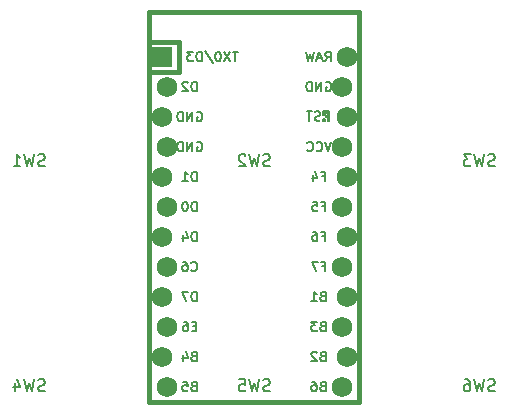
<source format=gbr>
%TF.GenerationSoftware,KiCad,Pcbnew,(6.0.1)*%
%TF.CreationDate,2022-02-20T17:51:40+01:00*%
%TF.ProjectId,3x2-macropad,3378322d-6d61-4637-926f-7061642e6b69,rev?*%
%TF.SameCoordinates,Original*%
%TF.FileFunction,Legend,Bot*%
%TF.FilePolarity,Positive*%
%FSLAX46Y46*%
G04 Gerber Fmt 4.6, Leading zero omitted, Abs format (unit mm)*
G04 Created by KiCad (PCBNEW (6.0.1)) date 2022-02-20 17:51:40*
%MOMM*%
%LPD*%
G01*
G04 APERTURE LIST*
%ADD10C,0.150000*%
%ADD11C,0.381000*%
%ADD12R,1.752600X1.752600*%
%ADD13C,1.752600*%
G04 APERTURE END LIST*
D10*
%TO.C,U1*%
X55454476Y-38543654D02*
X55454476Y-37743654D01*
X55264000Y-37743654D01*
X55149714Y-37781750D01*
X55073523Y-37857940D01*
X55035428Y-37934130D01*
X54997333Y-38086511D01*
X54997333Y-38200797D01*
X55035428Y-38353178D01*
X55073523Y-38429369D01*
X55149714Y-38505559D01*
X55264000Y-38543654D01*
X55454476Y-38543654D01*
X54692571Y-37819845D02*
X54654476Y-37781750D01*
X54578285Y-37743654D01*
X54387809Y-37743654D01*
X54311619Y-37781750D01*
X54273523Y-37819845D01*
X54235428Y-37896035D01*
X54235428Y-37972226D01*
X54273523Y-38086511D01*
X54730666Y-38543654D01*
X54235428Y-38543654D01*
X55454476Y-48703654D02*
X55454476Y-47903654D01*
X55264000Y-47903654D01*
X55149714Y-47941750D01*
X55073523Y-48017940D01*
X55035428Y-48094130D01*
X54997333Y-48246511D01*
X54997333Y-48360797D01*
X55035428Y-48513178D01*
X55073523Y-48589369D01*
X55149714Y-48665559D01*
X55264000Y-48703654D01*
X55454476Y-48703654D01*
X54502095Y-47903654D02*
X54425904Y-47903654D01*
X54349714Y-47941750D01*
X54311619Y-47979845D01*
X54273523Y-48056035D01*
X54235428Y-48208416D01*
X54235428Y-48398892D01*
X54273523Y-48551273D01*
X54311619Y-48627464D01*
X54349714Y-48665559D01*
X54425904Y-48703654D01*
X54502095Y-48703654D01*
X54578285Y-48665559D01*
X54616380Y-48627464D01*
X54654476Y-48551273D01*
X54692571Y-48398892D01*
X54692571Y-48208416D01*
X54654476Y-48056035D01*
X54616380Y-47979845D01*
X54578285Y-47941750D01*
X54502095Y-47903654D01*
X55454476Y-46163654D02*
X55454476Y-45363654D01*
X55264000Y-45363654D01*
X55149714Y-45401750D01*
X55073523Y-45477940D01*
X55035428Y-45554130D01*
X54997333Y-45706511D01*
X54997333Y-45820797D01*
X55035428Y-45973178D01*
X55073523Y-46049369D01*
X55149714Y-46125559D01*
X55264000Y-46163654D01*
X55454476Y-46163654D01*
X54235428Y-46163654D02*
X54692571Y-46163654D01*
X54464000Y-46163654D02*
X54464000Y-45363654D01*
X54540190Y-45477940D01*
X54616380Y-45554130D01*
X54692571Y-45592226D01*
X55473523Y-42861750D02*
X55549714Y-42823654D01*
X55664000Y-42823654D01*
X55778285Y-42861750D01*
X55854476Y-42937940D01*
X55892571Y-43014130D01*
X55930666Y-43166511D01*
X55930666Y-43280797D01*
X55892571Y-43433178D01*
X55854476Y-43509369D01*
X55778285Y-43585559D01*
X55664000Y-43623654D01*
X55587809Y-43623654D01*
X55473523Y-43585559D01*
X55435428Y-43547464D01*
X55435428Y-43280797D01*
X55587809Y-43280797D01*
X55092571Y-43623654D02*
X55092571Y-42823654D01*
X54635428Y-43623654D01*
X54635428Y-42823654D01*
X54254476Y-43623654D02*
X54254476Y-42823654D01*
X54064000Y-42823654D01*
X53949714Y-42861750D01*
X53873523Y-42937940D01*
X53835428Y-43014130D01*
X53797333Y-43166511D01*
X53797333Y-43280797D01*
X53835428Y-43433178D01*
X53873523Y-43509369D01*
X53949714Y-43585559D01*
X54064000Y-43623654D01*
X54254476Y-43623654D01*
X55473523Y-40321750D02*
X55549714Y-40283654D01*
X55664000Y-40283654D01*
X55778285Y-40321750D01*
X55854476Y-40397940D01*
X55892571Y-40474130D01*
X55930666Y-40626511D01*
X55930666Y-40740797D01*
X55892571Y-40893178D01*
X55854476Y-40969369D01*
X55778285Y-41045559D01*
X55664000Y-41083654D01*
X55587809Y-41083654D01*
X55473523Y-41045559D01*
X55435428Y-41007464D01*
X55435428Y-40740797D01*
X55587809Y-40740797D01*
X55092571Y-41083654D02*
X55092571Y-40283654D01*
X54635428Y-41083654D01*
X54635428Y-40283654D01*
X54254476Y-41083654D02*
X54254476Y-40283654D01*
X54064000Y-40283654D01*
X53949714Y-40321750D01*
X53873523Y-40397940D01*
X53835428Y-40474130D01*
X53797333Y-40626511D01*
X53797333Y-40740797D01*
X53835428Y-40893178D01*
X53873523Y-40969369D01*
X53949714Y-41045559D01*
X54064000Y-41083654D01*
X54254476Y-41083654D01*
X55454476Y-51243654D02*
X55454476Y-50443654D01*
X55264000Y-50443654D01*
X55149714Y-50481750D01*
X55073523Y-50557940D01*
X55035428Y-50634130D01*
X54997333Y-50786511D01*
X54997333Y-50900797D01*
X55035428Y-51053178D01*
X55073523Y-51129369D01*
X55149714Y-51205559D01*
X55264000Y-51243654D01*
X55454476Y-51243654D01*
X54311619Y-50710321D02*
X54311619Y-51243654D01*
X54502095Y-50405559D02*
X54692571Y-50976988D01*
X54197333Y-50976988D01*
X54997333Y-53707464D02*
X55035428Y-53745559D01*
X55149714Y-53783654D01*
X55225904Y-53783654D01*
X55340190Y-53745559D01*
X55416380Y-53669369D01*
X55454476Y-53593178D01*
X55492571Y-53440797D01*
X55492571Y-53326511D01*
X55454476Y-53174130D01*
X55416380Y-53097940D01*
X55340190Y-53021750D01*
X55225904Y-52983654D01*
X55149714Y-52983654D01*
X55035428Y-53021750D01*
X54997333Y-53059845D01*
X54311619Y-52983654D02*
X54464000Y-52983654D01*
X54540190Y-53021750D01*
X54578285Y-53059845D01*
X54654476Y-53174130D01*
X54692571Y-53326511D01*
X54692571Y-53631273D01*
X54654476Y-53707464D01*
X54616380Y-53745559D01*
X54540190Y-53783654D01*
X54387809Y-53783654D01*
X54311619Y-53745559D01*
X54273523Y-53707464D01*
X54235428Y-53631273D01*
X54235428Y-53440797D01*
X54273523Y-53364607D01*
X54311619Y-53326511D01*
X54387809Y-53288416D01*
X54540190Y-53288416D01*
X54616380Y-53326511D01*
X54654476Y-53364607D01*
X54692571Y-53440797D01*
X55454476Y-56323654D02*
X55454476Y-55523654D01*
X55264000Y-55523654D01*
X55149714Y-55561750D01*
X55073523Y-55637940D01*
X55035428Y-55714130D01*
X54997333Y-55866511D01*
X54997333Y-55980797D01*
X55035428Y-56133178D01*
X55073523Y-56209369D01*
X55149714Y-56285559D01*
X55264000Y-56323654D01*
X55454476Y-56323654D01*
X54730666Y-55523654D02*
X54197333Y-55523654D01*
X54540190Y-56323654D01*
X55416380Y-58444607D02*
X55149714Y-58444607D01*
X55035428Y-58863654D02*
X55416380Y-58863654D01*
X55416380Y-58063654D01*
X55035428Y-58063654D01*
X54349714Y-58063654D02*
X54502095Y-58063654D01*
X54578285Y-58101750D01*
X54616380Y-58139845D01*
X54692571Y-58254130D01*
X54730666Y-58406511D01*
X54730666Y-58711273D01*
X54692571Y-58787464D01*
X54654476Y-58825559D01*
X54578285Y-58863654D01*
X54425904Y-58863654D01*
X54349714Y-58825559D01*
X54311619Y-58787464D01*
X54273523Y-58711273D01*
X54273523Y-58520797D01*
X54311619Y-58444607D01*
X54349714Y-58406511D01*
X54425904Y-58368416D01*
X54578285Y-58368416D01*
X54654476Y-58406511D01*
X54692571Y-58444607D01*
X54730666Y-58520797D01*
X55187809Y-60984607D02*
X55073523Y-61022702D01*
X55035428Y-61060797D01*
X54997333Y-61136988D01*
X54997333Y-61251273D01*
X55035428Y-61327464D01*
X55073523Y-61365559D01*
X55149714Y-61403654D01*
X55454476Y-61403654D01*
X55454476Y-60603654D01*
X55187809Y-60603654D01*
X55111619Y-60641750D01*
X55073523Y-60679845D01*
X55035428Y-60756035D01*
X55035428Y-60832226D01*
X55073523Y-60908416D01*
X55111619Y-60946511D01*
X55187809Y-60984607D01*
X55454476Y-60984607D01*
X54311619Y-60870321D02*
X54311619Y-61403654D01*
X54502095Y-60565559D02*
X54692571Y-61136988D01*
X54197333Y-61136988D01*
X55187809Y-63524607D02*
X55073523Y-63562702D01*
X55035428Y-63600797D01*
X54997333Y-63676988D01*
X54997333Y-63791273D01*
X55035428Y-63867464D01*
X55073523Y-63905559D01*
X55149714Y-63943654D01*
X55454476Y-63943654D01*
X55454476Y-63143654D01*
X55187809Y-63143654D01*
X55111619Y-63181750D01*
X55073523Y-63219845D01*
X55035428Y-63296035D01*
X55035428Y-63372226D01*
X55073523Y-63448416D01*
X55111619Y-63486511D01*
X55187809Y-63524607D01*
X55454476Y-63524607D01*
X54273523Y-63143654D02*
X54654476Y-63143654D01*
X54692571Y-63524607D01*
X54654476Y-63486511D01*
X54578285Y-63448416D01*
X54387809Y-63448416D01*
X54311619Y-63486511D01*
X54273523Y-63524607D01*
X54235428Y-63600797D01*
X54235428Y-63791273D01*
X54273523Y-63867464D01*
X54311619Y-63905559D01*
X54387809Y-63943654D01*
X54578285Y-63943654D01*
X54654476Y-63905559D01*
X54692571Y-63867464D01*
X66109809Y-63524607D02*
X65995523Y-63562702D01*
X65957428Y-63600797D01*
X65919333Y-63676988D01*
X65919333Y-63791273D01*
X65957428Y-63867464D01*
X65995523Y-63905559D01*
X66071714Y-63943654D01*
X66376476Y-63943654D01*
X66376476Y-63143654D01*
X66109809Y-63143654D01*
X66033619Y-63181750D01*
X65995523Y-63219845D01*
X65957428Y-63296035D01*
X65957428Y-63372226D01*
X65995523Y-63448416D01*
X66033619Y-63486511D01*
X66109809Y-63524607D01*
X66376476Y-63524607D01*
X65233619Y-63143654D02*
X65386000Y-63143654D01*
X65462190Y-63181750D01*
X65500285Y-63219845D01*
X65576476Y-63334130D01*
X65614571Y-63486511D01*
X65614571Y-63791273D01*
X65576476Y-63867464D01*
X65538380Y-63905559D01*
X65462190Y-63943654D01*
X65309809Y-63943654D01*
X65233619Y-63905559D01*
X65195523Y-63867464D01*
X65157428Y-63791273D01*
X65157428Y-63600797D01*
X65195523Y-63524607D01*
X65233619Y-63486511D01*
X65309809Y-63448416D01*
X65462190Y-63448416D01*
X65538380Y-63486511D01*
X65576476Y-63524607D01*
X65614571Y-63600797D01*
X66109809Y-58444607D02*
X65995523Y-58482702D01*
X65957428Y-58520797D01*
X65919333Y-58596988D01*
X65919333Y-58711273D01*
X65957428Y-58787464D01*
X65995523Y-58825559D01*
X66071714Y-58863654D01*
X66376476Y-58863654D01*
X66376476Y-58063654D01*
X66109809Y-58063654D01*
X66033619Y-58101750D01*
X65995523Y-58139845D01*
X65957428Y-58216035D01*
X65957428Y-58292226D01*
X65995523Y-58368416D01*
X66033619Y-58406511D01*
X66109809Y-58444607D01*
X66376476Y-58444607D01*
X65652666Y-58063654D02*
X65157428Y-58063654D01*
X65424095Y-58368416D01*
X65309809Y-58368416D01*
X65233619Y-58406511D01*
X65195523Y-58444607D01*
X65157428Y-58520797D01*
X65157428Y-58711273D01*
X65195523Y-58787464D01*
X65233619Y-58825559D01*
X65309809Y-58863654D01*
X65538380Y-58863654D01*
X65614571Y-58825559D01*
X65652666Y-58787464D01*
X66109809Y-55904607D02*
X65995523Y-55942702D01*
X65957428Y-55980797D01*
X65919333Y-56056988D01*
X65919333Y-56171273D01*
X65957428Y-56247464D01*
X65995523Y-56285559D01*
X66071714Y-56323654D01*
X66376476Y-56323654D01*
X66376476Y-55523654D01*
X66109809Y-55523654D01*
X66033619Y-55561750D01*
X65995523Y-55599845D01*
X65957428Y-55676035D01*
X65957428Y-55752226D01*
X65995523Y-55828416D01*
X66033619Y-55866511D01*
X66109809Y-55904607D01*
X66376476Y-55904607D01*
X65157428Y-56323654D02*
X65614571Y-56323654D01*
X65386000Y-56323654D02*
X65386000Y-55523654D01*
X65462190Y-55637940D01*
X65538380Y-55714130D01*
X65614571Y-55752226D01*
X66052666Y-45744607D02*
X66319333Y-45744607D01*
X66319333Y-46163654D02*
X66319333Y-45363654D01*
X65938380Y-45363654D01*
X65290761Y-45630321D02*
X65290761Y-46163654D01*
X65481238Y-45325559D02*
X65671714Y-45896988D01*
X65176476Y-45896988D01*
X66852666Y-42823654D02*
X66586000Y-43623654D01*
X66319333Y-42823654D01*
X65595523Y-43547464D02*
X65633619Y-43585559D01*
X65747904Y-43623654D01*
X65824095Y-43623654D01*
X65938380Y-43585559D01*
X66014571Y-43509369D01*
X66052666Y-43433178D01*
X66090761Y-43280797D01*
X66090761Y-43166511D01*
X66052666Y-43014130D01*
X66014571Y-42937940D01*
X65938380Y-42861750D01*
X65824095Y-42823654D01*
X65747904Y-42823654D01*
X65633619Y-42861750D01*
X65595523Y-42899845D01*
X64795523Y-43547464D02*
X64833619Y-43585559D01*
X64947904Y-43623654D01*
X65024095Y-43623654D01*
X65138380Y-43585559D01*
X65214571Y-43509369D01*
X65252666Y-43433178D01*
X65290761Y-43280797D01*
X65290761Y-43166511D01*
X65252666Y-43014130D01*
X65214571Y-42937940D01*
X65138380Y-42861750D01*
X65024095Y-42823654D01*
X64947904Y-42823654D01*
X64833619Y-42861750D01*
X64795523Y-42899845D01*
X66395523Y-37781750D02*
X66471714Y-37743654D01*
X66586000Y-37743654D01*
X66700285Y-37781750D01*
X66776476Y-37857940D01*
X66814571Y-37934130D01*
X66852666Y-38086511D01*
X66852666Y-38200797D01*
X66814571Y-38353178D01*
X66776476Y-38429369D01*
X66700285Y-38505559D01*
X66586000Y-38543654D01*
X66509809Y-38543654D01*
X66395523Y-38505559D01*
X66357428Y-38467464D01*
X66357428Y-38200797D01*
X66509809Y-38200797D01*
X66014571Y-38543654D02*
X66014571Y-37743654D01*
X65557428Y-38543654D01*
X65557428Y-37743654D01*
X65176476Y-38543654D02*
X65176476Y-37743654D01*
X64986000Y-37743654D01*
X64871714Y-37781750D01*
X64795523Y-37857940D01*
X64757428Y-37934130D01*
X64719333Y-38086511D01*
X64719333Y-38200797D01*
X64757428Y-38353178D01*
X64795523Y-38429369D01*
X64871714Y-38505559D01*
X64986000Y-38543654D01*
X65176476Y-38543654D01*
X66338380Y-36003654D02*
X66605047Y-35622702D01*
X66795523Y-36003654D02*
X66795523Y-35203654D01*
X66490761Y-35203654D01*
X66414571Y-35241750D01*
X66376476Y-35279845D01*
X66338380Y-35356035D01*
X66338380Y-35470321D01*
X66376476Y-35546511D01*
X66414571Y-35584607D01*
X66490761Y-35622702D01*
X66795523Y-35622702D01*
X66033619Y-35775083D02*
X65652666Y-35775083D01*
X66109809Y-36003654D02*
X65843142Y-35203654D01*
X65576476Y-36003654D01*
X65386000Y-35203654D02*
X65195523Y-36003654D01*
X65043142Y-35432226D01*
X64890761Y-36003654D01*
X64700285Y-35203654D01*
X66052666Y-48284607D02*
X66319333Y-48284607D01*
X66319333Y-48703654D02*
X66319333Y-47903654D01*
X65938380Y-47903654D01*
X65252666Y-47903654D02*
X65633619Y-47903654D01*
X65671714Y-48284607D01*
X65633619Y-48246511D01*
X65557428Y-48208416D01*
X65366952Y-48208416D01*
X65290761Y-48246511D01*
X65252666Y-48284607D01*
X65214571Y-48360797D01*
X65214571Y-48551273D01*
X65252666Y-48627464D01*
X65290761Y-48665559D01*
X65366952Y-48703654D01*
X65557428Y-48703654D01*
X65633619Y-48665559D01*
X65671714Y-48627464D01*
X66052666Y-50824607D02*
X66319333Y-50824607D01*
X66319333Y-51243654D02*
X66319333Y-50443654D01*
X65938380Y-50443654D01*
X65290761Y-50443654D02*
X65443142Y-50443654D01*
X65519333Y-50481750D01*
X65557428Y-50519845D01*
X65633619Y-50634130D01*
X65671714Y-50786511D01*
X65671714Y-51091273D01*
X65633619Y-51167464D01*
X65595523Y-51205559D01*
X65519333Y-51243654D01*
X65366952Y-51243654D01*
X65290761Y-51205559D01*
X65252666Y-51167464D01*
X65214571Y-51091273D01*
X65214571Y-50900797D01*
X65252666Y-50824607D01*
X65290761Y-50786511D01*
X65366952Y-50748416D01*
X65519333Y-50748416D01*
X65595523Y-50786511D01*
X65633619Y-50824607D01*
X65671714Y-50900797D01*
X66052666Y-53364607D02*
X66319333Y-53364607D01*
X66319333Y-53783654D02*
X66319333Y-52983654D01*
X65938380Y-52983654D01*
X65709809Y-52983654D02*
X65176476Y-52983654D01*
X65519333Y-53783654D01*
X66109809Y-60984607D02*
X65995523Y-61022702D01*
X65957428Y-61060797D01*
X65919333Y-61136988D01*
X65919333Y-61251273D01*
X65957428Y-61327464D01*
X65995523Y-61365559D01*
X66071714Y-61403654D01*
X66376476Y-61403654D01*
X66376476Y-60603654D01*
X66109809Y-60603654D01*
X66033619Y-60641750D01*
X65995523Y-60679845D01*
X65957428Y-60756035D01*
X65957428Y-60832226D01*
X65995523Y-60908416D01*
X66033619Y-60946511D01*
X66109809Y-60984607D01*
X66376476Y-60984607D01*
X65614571Y-60679845D02*
X65576476Y-60641750D01*
X65500285Y-60603654D01*
X65309809Y-60603654D01*
X65233619Y-60641750D01*
X65195523Y-60679845D01*
X65157428Y-60756035D01*
X65157428Y-60832226D01*
X65195523Y-60946511D01*
X65652666Y-61403654D01*
X65157428Y-61403654D01*
X58943604Y-35203654D02*
X58486461Y-35203654D01*
X58715032Y-36003654D02*
X58715032Y-35203654D01*
X58295985Y-35203654D02*
X57762651Y-36003654D01*
X57762651Y-35203654D02*
X58295985Y-36003654D01*
X57305508Y-35203654D02*
X57229318Y-35203654D01*
X57153128Y-35241750D01*
X57115032Y-35279845D01*
X57076937Y-35356035D01*
X57038842Y-35508416D01*
X57038842Y-35698892D01*
X57076937Y-35851273D01*
X57115032Y-35927464D01*
X57153128Y-35965559D01*
X57229318Y-36003654D01*
X57305508Y-36003654D01*
X57381699Y-35965559D01*
X57419794Y-35927464D01*
X57457889Y-35851273D01*
X57495985Y-35698892D01*
X57495985Y-35508416D01*
X57457889Y-35356035D01*
X57419794Y-35279845D01*
X57381699Y-35241750D01*
X57305508Y-35203654D01*
X56124556Y-35165559D02*
X56810270Y-36194130D01*
X55857889Y-36003654D02*
X55857889Y-35203654D01*
X55667413Y-35203654D01*
X55553128Y-35241750D01*
X55476937Y-35317940D01*
X55438842Y-35394130D01*
X55400747Y-35546511D01*
X55400747Y-35660797D01*
X55438842Y-35813178D01*
X55476937Y-35889369D01*
X55553128Y-35965559D01*
X55667413Y-36003654D01*
X55857889Y-36003654D01*
X55134080Y-35203654D02*
X54638842Y-35203654D01*
X54905508Y-35508416D01*
X54791223Y-35508416D01*
X54715032Y-35546511D01*
X54676937Y-35584607D01*
X54638842Y-35660797D01*
X54638842Y-35851273D01*
X54676937Y-35927464D01*
X54715032Y-35965559D01*
X54791223Y-36003654D01*
X55019794Y-36003654D01*
X55095985Y-35965559D01*
X55134080Y-35927464D01*
X65898333Y-41025559D02*
X65784047Y-41063654D01*
X65593571Y-41063654D01*
X65517380Y-41025559D01*
X65479285Y-40987464D01*
X65441190Y-40911273D01*
X65441190Y-40835083D01*
X65479285Y-40758892D01*
X65517380Y-40720797D01*
X65593571Y-40682702D01*
X65745952Y-40644607D01*
X65822142Y-40606511D01*
X65860238Y-40568416D01*
X65898333Y-40492226D01*
X65898333Y-40416035D01*
X65860238Y-40339845D01*
X65822142Y-40301750D01*
X65745952Y-40263654D01*
X65555476Y-40263654D01*
X65441190Y-40301750D01*
X65212619Y-40263654D02*
X64755476Y-40263654D01*
X64984047Y-41063654D02*
X64984047Y-40263654D01*
%TO.C,SW6*%
X80708333Y-63904761D02*
X80565476Y-63952380D01*
X80327380Y-63952380D01*
X80232142Y-63904761D01*
X80184523Y-63857142D01*
X80136904Y-63761904D01*
X80136904Y-63666666D01*
X80184523Y-63571428D01*
X80232142Y-63523809D01*
X80327380Y-63476190D01*
X80517857Y-63428571D01*
X80613095Y-63380952D01*
X80660714Y-63333333D01*
X80708333Y-63238095D01*
X80708333Y-63142857D01*
X80660714Y-63047619D01*
X80613095Y-63000000D01*
X80517857Y-62952380D01*
X80279761Y-62952380D01*
X80136904Y-63000000D01*
X79803571Y-62952380D02*
X79565476Y-63952380D01*
X79375000Y-63238095D01*
X79184523Y-63952380D01*
X78946428Y-62952380D01*
X78136904Y-62952380D02*
X78327380Y-62952380D01*
X78422619Y-63000000D01*
X78470238Y-63047619D01*
X78565476Y-63190476D01*
X78613095Y-63380952D01*
X78613095Y-63761904D01*
X78565476Y-63857142D01*
X78517857Y-63904761D01*
X78422619Y-63952380D01*
X78232142Y-63952380D01*
X78136904Y-63904761D01*
X78089285Y-63857142D01*
X78041666Y-63761904D01*
X78041666Y-63523809D01*
X78089285Y-63428571D01*
X78136904Y-63380952D01*
X78232142Y-63333333D01*
X78422619Y-63333333D01*
X78517857Y-63380952D01*
X78565476Y-63428571D01*
X78613095Y-63523809D01*
%TO.C,SW3*%
X80708333Y-44854761D02*
X80565476Y-44902380D01*
X80327380Y-44902380D01*
X80232142Y-44854761D01*
X80184523Y-44807142D01*
X80136904Y-44711904D01*
X80136904Y-44616666D01*
X80184523Y-44521428D01*
X80232142Y-44473809D01*
X80327380Y-44426190D01*
X80517857Y-44378571D01*
X80613095Y-44330952D01*
X80660714Y-44283333D01*
X80708333Y-44188095D01*
X80708333Y-44092857D01*
X80660714Y-43997619D01*
X80613095Y-43950000D01*
X80517857Y-43902380D01*
X80279761Y-43902380D01*
X80136904Y-43950000D01*
X79803571Y-43902380D02*
X79565476Y-44902380D01*
X79375000Y-44188095D01*
X79184523Y-44902380D01*
X78946428Y-43902380D01*
X78660714Y-43902380D02*
X78041666Y-43902380D01*
X78375000Y-44283333D01*
X78232142Y-44283333D01*
X78136904Y-44330952D01*
X78089285Y-44378571D01*
X78041666Y-44473809D01*
X78041666Y-44711904D01*
X78089285Y-44807142D01*
X78136904Y-44854761D01*
X78232142Y-44902380D01*
X78517857Y-44902380D01*
X78613095Y-44854761D01*
X78660714Y-44807142D01*
%TO.C,SW5*%
X61658333Y-63904761D02*
X61515476Y-63952380D01*
X61277380Y-63952380D01*
X61182142Y-63904761D01*
X61134523Y-63857142D01*
X61086904Y-63761904D01*
X61086904Y-63666666D01*
X61134523Y-63571428D01*
X61182142Y-63523809D01*
X61277380Y-63476190D01*
X61467857Y-63428571D01*
X61563095Y-63380952D01*
X61610714Y-63333333D01*
X61658333Y-63238095D01*
X61658333Y-63142857D01*
X61610714Y-63047619D01*
X61563095Y-63000000D01*
X61467857Y-62952380D01*
X61229761Y-62952380D01*
X61086904Y-63000000D01*
X60753571Y-62952380D02*
X60515476Y-63952380D01*
X60325000Y-63238095D01*
X60134523Y-63952380D01*
X59896428Y-62952380D01*
X59039285Y-62952380D02*
X59515476Y-62952380D01*
X59563095Y-63428571D01*
X59515476Y-63380952D01*
X59420238Y-63333333D01*
X59182142Y-63333333D01*
X59086904Y-63380952D01*
X59039285Y-63428571D01*
X58991666Y-63523809D01*
X58991666Y-63761904D01*
X59039285Y-63857142D01*
X59086904Y-63904761D01*
X59182142Y-63952380D01*
X59420238Y-63952380D01*
X59515476Y-63904761D01*
X59563095Y-63857142D01*
%TO.C,SW2*%
X61658333Y-44854761D02*
X61515476Y-44902380D01*
X61277380Y-44902380D01*
X61182142Y-44854761D01*
X61134523Y-44807142D01*
X61086904Y-44711904D01*
X61086904Y-44616666D01*
X61134523Y-44521428D01*
X61182142Y-44473809D01*
X61277380Y-44426190D01*
X61467857Y-44378571D01*
X61563095Y-44330952D01*
X61610714Y-44283333D01*
X61658333Y-44188095D01*
X61658333Y-44092857D01*
X61610714Y-43997619D01*
X61563095Y-43950000D01*
X61467857Y-43902380D01*
X61229761Y-43902380D01*
X61086904Y-43950000D01*
X60753571Y-43902380D02*
X60515476Y-44902380D01*
X60325000Y-44188095D01*
X60134523Y-44902380D01*
X59896428Y-43902380D01*
X59563095Y-43997619D02*
X59515476Y-43950000D01*
X59420238Y-43902380D01*
X59182142Y-43902380D01*
X59086904Y-43950000D01*
X59039285Y-43997619D01*
X58991666Y-44092857D01*
X58991666Y-44188095D01*
X59039285Y-44330952D01*
X59610714Y-44902380D01*
X58991666Y-44902380D01*
%TO.C,SW4*%
X42608333Y-63904761D02*
X42465476Y-63952380D01*
X42227380Y-63952380D01*
X42132142Y-63904761D01*
X42084523Y-63857142D01*
X42036904Y-63761904D01*
X42036904Y-63666666D01*
X42084523Y-63571428D01*
X42132142Y-63523809D01*
X42227380Y-63476190D01*
X42417857Y-63428571D01*
X42513095Y-63380952D01*
X42560714Y-63333333D01*
X42608333Y-63238095D01*
X42608333Y-63142857D01*
X42560714Y-63047619D01*
X42513095Y-63000000D01*
X42417857Y-62952380D01*
X42179761Y-62952380D01*
X42036904Y-63000000D01*
X41703571Y-62952380D02*
X41465476Y-63952380D01*
X41275000Y-63238095D01*
X41084523Y-63952380D01*
X40846428Y-62952380D01*
X40036904Y-63285714D02*
X40036904Y-63952380D01*
X40275000Y-62904761D02*
X40513095Y-63619047D01*
X39894047Y-63619047D01*
%TO.C,SW1*%
X42608333Y-44854761D02*
X42465476Y-44902380D01*
X42227380Y-44902380D01*
X42132142Y-44854761D01*
X42084523Y-44807142D01*
X42036904Y-44711904D01*
X42036904Y-44616666D01*
X42084523Y-44521428D01*
X42132142Y-44473809D01*
X42227380Y-44426190D01*
X42417857Y-44378571D01*
X42513095Y-44330952D01*
X42560714Y-44283333D01*
X42608333Y-44188095D01*
X42608333Y-44092857D01*
X42560714Y-43997619D01*
X42513095Y-43950000D01*
X42417857Y-43902380D01*
X42179761Y-43902380D01*
X42036904Y-43950000D01*
X41703571Y-43902380D02*
X41465476Y-44902380D01*
X41275000Y-44188095D01*
X41084523Y-44902380D01*
X40846428Y-43902380D01*
X39941666Y-44902380D02*
X40513095Y-44902380D01*
X40227380Y-44902380D02*
X40227380Y-43902380D01*
X40322619Y-44045238D01*
X40417857Y-44140476D01*
X40513095Y-44188095D01*
D11*
%TO.C,U1*%
X53975000Y-36911750D02*
X51435000Y-36911750D01*
X53975000Y-34371750D02*
X53975000Y-36911750D01*
D10*
X66369635Y-40660780D02*
X66369635Y-40760780D01*
X66369635Y-40760780D02*
X66469635Y-40760780D01*
X66469635Y-40760780D02*
X66469635Y-40660780D01*
X66469635Y-40660780D02*
X66369635Y-40660780D01*
G36*
X66469635Y-40760780D02*
G01*
X66369635Y-40760780D01*
X66369635Y-40660780D01*
X66469635Y-40660780D01*
X66469635Y-40760780D01*
G37*
X66469635Y-40760780D02*
X66369635Y-40760780D01*
X66369635Y-40660780D01*
X66469635Y-40660780D01*
X66469635Y-40760780D01*
X66569635Y-40260780D02*
X66569635Y-41060780D01*
X66569635Y-41060780D02*
X66669635Y-41060780D01*
X66669635Y-41060780D02*
X66669635Y-40260780D01*
X66669635Y-40260780D02*
X66569635Y-40260780D01*
G36*
X66669635Y-41060780D02*
G01*
X66569635Y-41060780D01*
X66569635Y-40260780D01*
X66669635Y-40260780D01*
X66669635Y-41060780D01*
G37*
X66669635Y-41060780D02*
X66569635Y-41060780D01*
X66569635Y-40260780D01*
X66669635Y-40260780D01*
X66669635Y-41060780D01*
X66169635Y-40860780D02*
X66169635Y-41060780D01*
X66169635Y-41060780D02*
X66269635Y-41060780D01*
X66269635Y-41060780D02*
X66269635Y-40860780D01*
X66269635Y-40860780D02*
X66169635Y-40860780D01*
G36*
X66269635Y-41060780D02*
G01*
X66169635Y-41060780D01*
X66169635Y-40860780D01*
X66269635Y-40860780D01*
X66269635Y-41060780D01*
G37*
X66269635Y-41060780D02*
X66169635Y-41060780D01*
X66169635Y-40860780D01*
X66269635Y-40860780D01*
X66269635Y-41060780D01*
X66169635Y-40260780D02*
X66169635Y-40560780D01*
X66169635Y-40560780D02*
X66269635Y-40560780D01*
X66269635Y-40560780D02*
X66269635Y-40260780D01*
X66269635Y-40260780D02*
X66169635Y-40260780D01*
G36*
X66269635Y-40560780D02*
G01*
X66169635Y-40560780D01*
X66169635Y-40260780D01*
X66269635Y-40260780D01*
X66269635Y-40560780D01*
G37*
X66269635Y-40560780D02*
X66169635Y-40560780D01*
X66169635Y-40260780D01*
X66269635Y-40260780D01*
X66269635Y-40560780D01*
X66169635Y-40260780D02*
X66169635Y-40360780D01*
X66169635Y-40360780D02*
X66669635Y-40360780D01*
X66669635Y-40360780D02*
X66669635Y-40260780D01*
X66669635Y-40260780D02*
X66169635Y-40260780D01*
G36*
X66669635Y-40360780D02*
G01*
X66169635Y-40360780D01*
X66169635Y-40260780D01*
X66669635Y-40260780D01*
X66669635Y-40360780D01*
G37*
X66669635Y-40360780D02*
X66169635Y-40360780D01*
X66169635Y-40260780D01*
X66669635Y-40260780D01*
X66669635Y-40360780D01*
D11*
X69215000Y-64851750D02*
X69215000Y-31831750D01*
X51435000Y-64851750D02*
X69215000Y-64851750D01*
X51435000Y-31831750D02*
X51435000Y-64851750D01*
X69215000Y-31831750D02*
X51435000Y-31831750D01*
X53975000Y-34371750D02*
X51435000Y-34371750D01*
%TD*%
D12*
%TO.C,U1*%
X52476400Y-35641750D03*
D13*
X52933600Y-38181750D03*
X52476400Y-40721750D03*
X52933600Y-43261750D03*
X52476400Y-45801750D03*
X52933600Y-48341750D03*
X52476400Y-50881750D03*
X52933600Y-53421750D03*
X52476400Y-55961750D03*
X52933600Y-58501750D03*
X52476400Y-61041750D03*
X67716400Y-63581750D03*
X68173600Y-61041750D03*
X67716400Y-58501750D03*
X68173600Y-55961750D03*
X67716400Y-53421750D03*
X68173600Y-50881750D03*
X67716400Y-48341750D03*
X68173600Y-45801750D03*
X67716400Y-43261750D03*
X68173600Y-40721750D03*
X67716400Y-38181750D03*
X52933600Y-63581750D03*
X68173600Y-35641750D03*
%TD*%
M02*

</source>
